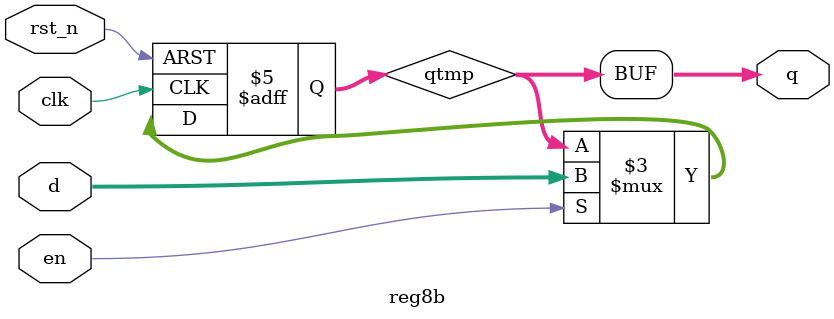
<source format=v>
`timescale 1ns / 1ps

module reg8b(rst_n, clk, en, d, q);

input rst_n;
input clk;
input en;
input [7:0] d;
output [7:0] q;

reg [7:0] qtmp;

assign q=qtmp;

always @(posedge clk or negedge rst_n) begin
	if(!rst_n)
		qtmp<=8'b00000000;
	else if(en)
		qtmp<=d;
	end	


endmodule

</source>
